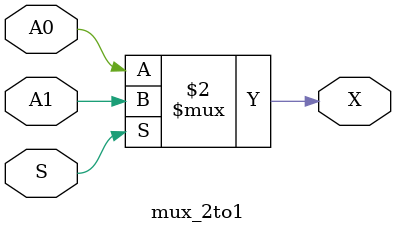
<source format=v>
module mux_2to1(
    input A0,
    input A1,
    input S,
    output X
);

assign X = (S == 1'b0) ? A0 : A1;

endmodule
</source>
